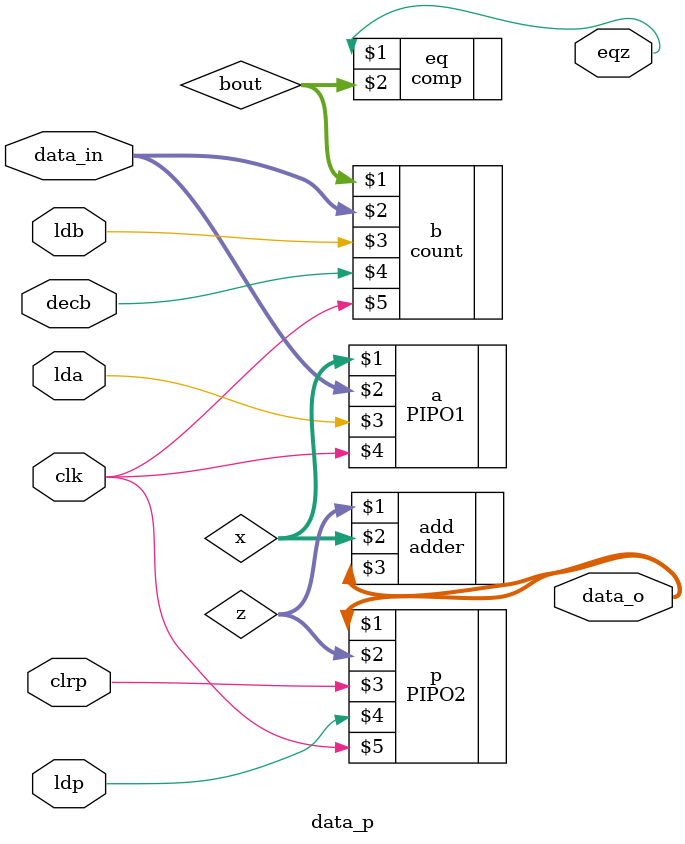
<source format=v>
`timescale 1ns / 1ps
module data_p(data_o,data_in,lda,ldp,clrp,ldb,decb,eqz,clk
    );
	 input [15:0] data_in;
	 input lda,ldb,decb,ldp,clrp,clk;
	 output [15:0] data_o;
	 output eqz;
	 wire [15:0] x,z,bout;
	 
	 PIPO1 a (x,data_in,lda,clk);
	 PIPO2 p (data_o,z,clrp,ldp,clk);
	 adder add (z,x,data_o);
	 count b (bout,data_in,ldb,decb,clk);
	 comp eq (eqz,bout);
	 

endmodule

</source>
